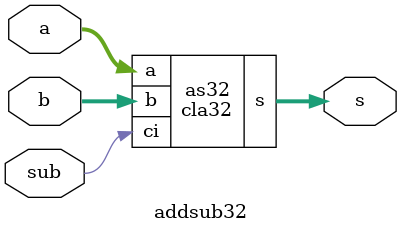
<source format=sv>
module add(output logic g, p, s, input logic a, b, c);
    assign s = a ^ b ^ c;
    assign g = a & b;
    assign p = a | b; 
endmodule

module gp(output logic g_out, p_out, c_out, input logic [1:0] g, p, input logic c_in);
    assign g_out = g[1] | p[1] & g[0];
    assign p_out = p[1] & p[0];
    assign c_out = g[0] | p[0] & c_in;
endmodule

module cla_2(output logic [1:0] s, 
        output logic g_out, p_out, 
        input logic [1:0] a, b, 
        input logic c_in);

    logic [1:0] g,p;
    logic c_out;
    add a0 (g[0], p[0], s[0], a[0], b[0], c_in);
    add a1 (g[1], p[1], s[1], a[1], b[1], c_out);
    
    gp gp0 (g_out, p_out, c_out, g, p, c_in);
            
endmodule

module cla_4(output logic [3:0] s, 
        output logic g_out, p_out, 
        input logic [3:0] a, b, 
        input logic c_in);

    logic [1:0] g,p;
    logic c_out;
    cla_2 a0 (s[1:0],g[0],p[0],a[1:0],b[1:0],c_in);
    cla_2 a1 (s[3:2],g[1],p[1],a[3:2],b[3:2],c_out);
    
    gp gp0 (g_out, p_out, c_out, g, p, c_in);
            
endmodule

module cla_8(output logic [7:0] s, 
        output logic g_out, p_out, 
        input logic [7:0] a, b, 
        input logic c_in);

    logic [1:0] g,p;
    logic c_out;
    cla_4 a0 (s[3:0],g[0],p[0],a[3:0],b[3:0],c_in);
    cla_4 a1 (s[7:4],g[1],p[1],a[7:4],b[7:4],c_out);
    
    gp gp0 (g_out, p_out, c_out, g, p, c_in);
            
endmodule

module cla_16(output logic [15:0] s, 
        output logic g_out, p_out, 
        input logic [15:0] a, b, 
        input logic c_in);

    logic [1:0] g,p;
    logic c_out;
    cla_8 a0 (s[7:0],g[0],p[0],a[7:0],b[7:0],c_in);
    cla_8 a1 (s[15:8],g[1],p[1],a[15:8],b[15:8],c_out);
    
    gp gp0 (g_out, p_out, c_out, g, p, c_in);
            
endmodule

module cla_32(output logic [31:0] s, 
        output logic g_out, p_out, 
        input logic [31:0] a, b, 
        input logic c_in);

    logic [1:0] g,p;
    logic c_out;
    cla_16 a0 (s[15:0],g[0],p[0],a[15:0],b[15:0],c_in);
    cla_16 a1 (s[31:16],g[1],p[1],a[31:16],b[31:16],c_out);
    
    gp gp0 (g_out, p_out, c_out, g, p, c_in);
            
endmodule

module cla32(output logic[31:0] s, input logic [31:0] a, b, input logic ci);
    logic g_out, p_out;
    cla_32 cla (s, g_out, p_out, a, b, ci);
endmodule

module addsub32 (output logic [31:0] s, input logic [31:0] a,b, input logic sub);
    cla32 as32 (s, a, b, sub);
endmodule
</source>
